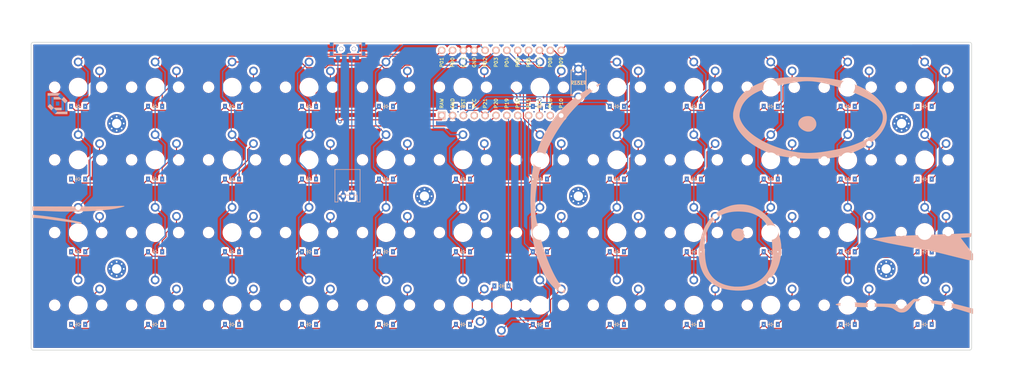
<source format=kicad_pcb>
(kicad_pcb (version 20210722) (generator pcbnew)
  (title_block (title "KEYBOARD_NAME_HERE") (rev "VERSION_HERE") (company "YOUR_NAME_HERE"))
  (layers (0 "F.Cu" signal) (31 "B.Cu" signal) (34 "B.Paste" user) (35 "F.Paste" user) (36 "B.SilkS" user "B.Silkscreen") (37 "F.SilkS" user "F.Silkscreen") (38 "B.Mask" user) (39 "F.Mask" user) (44 "Edge.Cuts" user))
  (net 0 "")
  (net 1 "one_modrow")
  (net 2 "P1")
  (net 3 "P19")
  (net 4 "one_bottom")
  (net 5 "P18")
  (net 6 "one_home")
  (net 7 "P15")
  (net 8 "one_top")
  (net 9 "P21")
  (net 10 "two_modrow")
  (net 11 "P0")
  (net 12 "two_bottom")
  (net 13 "two_home")
  (net 14 "two_top")
  (net 15 "three_modrow")
  (net 16 "P14")
  (net 17 "three_bottom")
  (net 18 "three_home")
  (net 19 "three_top")
  (net 20 "four_modrow")
  (net 21 "P20")
  (net 22 "four_bottom")
  (net 23 "four_home")
  (net 24 "four_top")
  (net 25 "five_modrow")
  (net 26 "P2")
  (net 27 "five_bottom")
  (net 28 "five_home")
  (net 29 "five_top")
  (net 30 "six_modrow")
  (net 31 "P3")
  (net 32 "six_bottom")
  (net 33 "six_home")
  (net 34 "six_top")
  (net 35 "seven_2uspacebar")
  (net 36 "P4")
  (net 37 "seven_modrow")
  (net 38 "seven_bottom")
  (net 39 "seven_home")
  (net 40 "seven_top")
  (net 41 "eight_modrow")
  (net 42 "P5")
  (net 43 "eight_bottom")
  (net 44 "eight_home")
  (net 45 "eight_top")
  (net 46 "nine_modrow")
  (net 47 "P6")
  (net 48 "nine_bottom")
  (net 49 "nine_home")
  (net 50 "nine_top")
  (net 51 "ten_modrow")
  (net 52 "P7")
  (net 53 "ten_bottom")
  (net 54 "ten_home")
  (net 55 "ten_top")
  (net 56 "eleven_modrow")
  (net 57 "P8")
  (net 58 "eleven_bottom")
  (net 59 "eleven_home")
  (net 60 "eleven_top")
  (net 61 "twelve_modrow")
  (net 62 "P9")
  (net 63 "twelve_bottom")
  (net 64 "twelve_home")
  (net 65 "twelve_top")
  (net 66 "RAW")
  (net 67 "GND")
  (net 68 "RST")
  (net 69 "VCC")
  (net 70 "P16")
  (net 71 "P10")
  (net 72 "BAT")
  (footprint "E73:SPDT_C128955" (layer "F.Cu") (at 63 -76.95)
    (fp_text reference "T1" hide)
    (fp_text value "" hide)
  )
  (footprint "PG1350" (layer "F.Cu") (at 108 -68)
    (fp_text reference "S29" hide)
    (fp_text value "" hide)
  )
  (footprint "ComboDiode" (layer "F.Cu") (at 18 -46.5)
    (fp_text reference "D7" hide)
    (fp_text value "" hide)
  )
  (footprint "PG1350" (layer "F.Cu") (at 108 -34)
    (fp_text reference "S27" hide)
    (fp_text value "" hide)
  )
  (footprint "ComboDiode" (layer "F.Cu") (at 54 -63.5)
    (fp_text reference "D16" hide)
    (fp_text value "" hide)
  )
  (footprint "PG1350" (layer "F.Cu") (at 144 -68)
    (fp_text reference "S37" hide)
    (fp_text value "" hide)
  )
  (footprint "PG1350" (layer "F.Cu") (at 126 -34)
    (fp_text reference "S31" hide)
    (fp_text value "" hide)
  )
  (footprint "ComboDiode" (layer "F.Cu") (at 162 -63.5)
    (fp_text reference "D41" hide)
    (fp_text value "" hide)
  )
  (footprint "PG1350" (layer "F.Cu") (at 72 -51)
    (fp_text reference "S19" hide)
    (fp_text value "" hide)
  )
  (footprint "PG1350" (layer "F.Cu") (at 90 -17)
    (fp_text reference "S21" hide)
    (fp_text value "" hide)
  )
  (footprint "PG1350" (layer "F.Cu") (at 36 -68)
    (fp_text reference "S12" hide)
    (fp_text value "" hide)
  )
  (footprint "PG1350" (layer "F.Cu") (at 126 -51)
    (fp_text reference "S32" hide)
    (fp_text value "" hide)
  )
  (footprint "ComboDiode" (layer "F.Cu") (at 126 -12.5)
    (fp_text reference "D30" hide)
    (fp_text value "" hide)
  )
  (footprint "ComboDiode" (layer "F.Cu") (at 0 -12.5)
    (fp_text reference "D1" hide)
    (fp_text value "" hide)
  )
  (footprint "ComboDiode" (layer "F.Cu") (at 54 -29.5)
    (fp_text reference "D14" hide)
    (fp_text value "" hide)
  )
  (footprint "ComboDiode" (layer "F.Cu") (at 144 -12.5)
    (fp_text reference "D34" hide)
    (fp_text value "" hide)
  )
  (footprint "PG1350" (layer "F.Cu") (at 180 -17)
    (fp_text reference "S42" hide)
    (fp_text value "" hide)
  )
  (footprint "ComboDiode" (layer "F.Cu") (at 198 -12.5)
    (fp_text reference "D46" hide)
    (fp_text value "" hide)
  )
  (footprint "PG1350" (layer "F.Cu") (at 54 -34)
    (fp_text reference "S14" hide)
    (fp_text value "" hide)
  )
  (footprint "ComboDiode" (layer "F.Cu") (at 72 -46.5)
    (fp_text reference "D19" hide)
    (fp_text value "" hide)
  )
  (footprint "PG1350" (layer "F.Cu") (at 54 -51)
    (fp_text reference "S15" hide)
    (fp_text value "" hide)
  )
  (footprint "ComboDiode" (layer "F.Cu") (at 36 -63.5)
    (fp_text reference "D12" hide)
    (fp_text value "" hide)
  )
  (footprint "PG1350" (layer "F.Cu") (at 0 -17)
    (fp_text reference "S1" hide)
    (fp_text value "" hide)
  )
  (footprint "ComboDiode" (layer "F.Cu") (at 144 -46.5)
    (fp_text reference "D36" hide)
    (fp_text value "" hide)
  )
  (footprint "ComboDiode" (layer "F.Cu") (at 72 -29.5)
    (fp_text reference "D18" hide)
    (fp_text value "" hide)
  )
  (footprint "PG1350" (layer "F.Cu") (at 90 -68)
    (fp_text reference "S24" hide)
    (fp_text value "" hide)
  )
  (footprint "PG1350" (layer "F.Cu") (at 72 -34)
    (fp_text reference "S18" hide)
    (fp_text value "" hide)
  )
  (footprint "ComboDiode" (layer "F.Cu") (at 36 -46.5)
    (fp_text reference "D11" hide)
    (fp_text value "" hide)
  )
  (footprint "ComboDiode" (layer "F.Cu") (at 126 -63.5)
    (fp_text reference "D33" hide)
    (fp_text value "" hide)
  )
  (footprint "ComboDiode" (layer "F.Cu") (at 180 -63.5)
    (fp_text reference "D45" hide)
    (fp_text value "" hide)
  )
  (footprint "PG1350" (layer "F.Cu") (at 180 -51)
    (fp_text reference "S44" hide)
    (fp_text value "" hide)
  )
  (footprint "PG1350" (layer "F.Cu") (at 99 -17 180)
    (fp_text reference "S25" hide)
    (fp_text value "" hide)
  )
  (footprint "PG1350" (layer "F.Cu") (at 0 -68)
    (fp_text reference "S4" hide)
    (fp_text value "" hide)
  )
  (footprint "LOGO" (layer "F.Cu") (at 99.314 -46.50534)
    (fp_text reference "G***" hide)
    (fp_text value "LOGO" hide)
  )
  (footprint "ComboDiode" (layer "F.Cu") (at 54 -12.5)
    (fp_text reference "D13" hide)
    (fp_text value "" hide)
  )
  (footprint "ComboDiode" (layer "F.Cu") (at 90 -63.5)
    (fp_text reference "D24" hide)
    (fp_text value "" hide)
  )
  (footprint "ComboDiode" (layer "F.Cu") (at 90 -12.5)
    (fp_text reference "D21" hide)
    (fp_text value "" hide)
  )
  (footprint "PG1350" (layer "F.Cu") (at 162 -51)
    (fp_text reference "S40" hide)
    (fp_text value "" hide)
  )
  (footprint "PG1350" (layer "F.Cu") (at 144 -34)
    (fp_text reference "S35" hide)
    (fp_text value "" hide)
  )
  (footprint "ComboDiode" (layer "F.Cu") (at 108 -46.5)
    (fp_text reference "D28" hide)
    (fp_text value "" hide)
  )
  (footprint "PG1350" (layer "F.Cu") (at 36 -17)
    (fp_text reference "S9" hide)
    (fp_text value "" hide)
  )
  (footprint "ComboDiode" (layer "F.Cu") (at 54 -46.5)
    (fp_text reference "D15" hide)
    (fp_text value "" hide)
  )
  (footprint "PG1350" (layer "F.Cu") (at 144 -17)
    (fp_text reference "S34" hide)
    (fp_text value "" hide)
  )
  (footprint "ComboDiode" (layer "F.Cu") (at 18 -63.5)
    (fp_text reference "D8" hide)
    (fp_text value "" hide)
  )
  (footprint "ComboDiode" (layer "F.Cu") (at 180 -29.5)
    (fp_text reference "D43" hide)
    (fp_text value "" hide)
  )
  (footprint "MountingHole_2.2mm_M2_Pad_Via" (layer "F.Cu") (at 81 -42.5)
    (fp_text reference "HOLE4" hide)
    (fp_text value "")
  )
  (footprint "PG1350" (layer "F.Cu") (at 18 -34)
    (fp_text reference "S6" hide)
    (fp_text value "" hide)
  )
  (footprint "PG1350" (layer "F.Cu") (at 144 -51)
    (fp_text reference "S36" hide)
    (fp_text value "" hide)
  )
  (footprint "LOGO" (layer "F.Cu") (at -5.322177 -58.098052 -90)
    (fp_text reference "G***" hide)
    (fp_text value "LOGO" hide)
  )
  (footprint "PG1350" (layer "F.Cu") (at 90 -34)
    (fp_text reference "S22" hide)
    (fp_text value "" hide)
  )
  (footprint "ComboDiode" (layer "F.Cu") (at 0 -46.5)
    (fp_text reference "D3" hide)
    (fp_text value "" hide)
  )
  (footprint "PG1350" (layer "F.Cu") (at 126 -68)
    (fp_text reference "S33" hide)
    (fp_text value "" hide)
  )
  (footprint "MountingHole_2.2mm_M2_Pad_Via" (layer "F.Cu") (at 9 -59.5)
    (fp_text reference "HOLE5" hide)
    (fp_text value "")
  )
  (footprint "PG1350" (layer "F.Cu") (at 18 -68)
    (fp_text reference "S8" hide)
    (fp_text value "" hide)
  )
  (footprint "MountingHole_2.2mm_M2_Pad_Via" (layer "F.Cu") (at 117 -42.5)
    (fp_text reference "HOLE3" hide)
    (fp_text value "")
  )
  (footprint "ComboDiode" (layer "F.Cu") (at 126 -29.5)
    (fp_text reference "D31" hide)
    (fp_text value "" hide)
  )
  (footprint "ComboDiode" (layer "F.Cu") (at 144 -29.5)
    (fp_text reference "D35" hide)
    (fp_text value "" hide)
  )
  (footprint "PG1350" (layer "F.Cu") (at 72 -68)
    (fp_text reference "S20" hide)
    (fp_text value "" hide)
  )
  (footprint "PG1350" (layer "F.Cu") (at 198 -68)
    (fp_text reference "S49" hide)
    (fp_text value "" hide)
  )
  (footprint "PG1350" (layer "F.Cu") (at 90 -51)
    (fp_text reference "S23" hide)
    (fp_text value "" hide)
  )
  (footprint "PG1350" (layer "F.Cu") (at 162 -17)
    (fp_text reference "S38" hide)
    (fp_text value "" hide)
  )
  (footprint "PG1350" (layer "F.Cu") (at 108 -51)
    (fp_text reference "S28" hide)
    (fp_text value "" hide)
  )
  (footprint "ProMicro" (layer "F.Cu") (at 99 -69)
    (fp_text reference "MCU1" hide)
    (fp_text value "" hide)
  )
  (footprint "ComboDiode" (layer "F.Cu") (at 180 -46.5)
    (fp_text reference "D44" hide)
    (fp_text value "" hide)
  )
  (footprint "ComboDiode" (layer "F.Cu") (at 90 -29.5)
    (fp_text reference "D22" hide)
    (fp_text value "" hide)
  )
  (footprint "PG1350" (layer "F.Cu") (at 18 -17)
    (fp_text reference "S5" hide)
    (fp_text value "" hide)
  )
  (footprint "ComboDiode" (layer "F.Cu") (at 108 -12.5)
    (fp_text reference "D26" hide)
    (fp_text value "" hide)
  )
  (footprint "JST_PH_S2B-PH-K_02x2.00mm_Angled" (layer "F.Cu") (at 63 -42.5 180)
    (fp_text reference "JST1" hide)
    (fp_text value "" hide)
  )
  (footprint "ComboDiode" (layer "F.Cu") (at 162 -46.5)
    (fp_text reference "D40" hide)
    (fp_text value "" hide)
  )
  (footprint "ComboDiode" (layer "F.Cu") (at 0 -63.5)
    (fp_text reference "D4" hide)
    (fp_text value "" hide)
  )
  (footprint "MountingHole_2.2mm_M2_Pad_Via" (layer "F.Cu") (at 192.6 -59.5)
    (fp_text reference "HOLE1" hide)
    (fp_text value "")
  )
  (footprint "ComboDiode" (layer "F.Cu") (at 72 -12.5)
    (fp_text reference "D17" hide)
    (fp_text value "" hide)
  )
  (footprint "ComboDiode" (layer "F.Cu") (at 126 -46.5)
    (fp_text reference "D32" hide)
    (fp_text value "" hide)
  )
  (footprint "PG1350" (layer "F.Cu") (at 18 -51)
    (fp_text reference "S7" hide)
    (fp_text value "" hide)
  )
  (footprint "ComboDiode" (layer "F.Cu") (at 162 -12.5)
    (fp_text reference "D38" hide)
    (fp_text value "" hide)
  )
  (footprint "PG1350" (layer "F.Cu") (at 54 -17)
    (fp_text reference "S13" hide)
    (fp_text value "" hide)
  )
  (footprint "TACT_SWITCH_TVBP06" (layer "F.Cu") (at 117 -69 -90)
    (fp_text reference "B1" hide)
    (fp_text value "SW_RST" hide)
  )
  (footprint "ComboDiode" (layer "F.Cu") (at 99 -21.5 180)
    (fp_text reference "D25" hide)
    (fp_text value "" hide)
  )
  (footprint "LOGO" (layer "F.Cu") (at -5.322177 -58.098052 -90)
    (fp_text reference "G***" hide)
    (fp_text value "LOGO" hide)
  )
  (footprint "PG1350" (layer "F.Cu") (at 36 -51)
    (fp_text reference "S11" hide)
    (fp_text value "" hide)
  )
  (footprint "PG1350" (layer "F.Cu") (at 0 -34)
    (fp_text reference "S2" hide)
    (fp_text value "" hide)
  )
  (footprint "PG1350" (layer "F.Cu") (at 72 -17)
    (fp_text reference "S17" hide)
    (fp_text value "" hide)
  )
  (footprint "ComboDiode" (layer "F.Cu") (at 180 -12.5)
    (fp_text reference "D42" hide)
    (fp_text value "" hide)
  )
  (footprint "ComboDiode" (layer "F.Cu") (at 108 -29.5)
    (fp_text reference "D27" hide)
    (fp_text value "" hide)
  )
  (footprint "PG1350" (layer "F.Cu") (at 180 -68)
    (fp_text reference "S45" hide)
    (fp_text value "" hide)
  )
  (footprint "PG1350" (layer "F.Cu") (at 54 -68)
    (fp_text reference "S16" hide)
    (fp_text value "" hide)
  )
  (footprint "ComboDiode" (layer "F.Cu") (at 36 -12.5)
    (fp_text reference "D9" hide)
    (fp_text value "" hide)
  )
  (footprint "PG1350" (layer "F.Cu") (at 198 -17)
    (fp_text reference "S46" hide)
    (fp_text value "" hide)
  )
  (footprint "ComboDiode" (layer "F.Cu") (at 162 -29.5)
    (fp_text reference "D39" hide)
    (fp_text value "" hide)
  )
  (footprint "ComboDiode" (layer "F.Cu") (at 108 -63.5)
    (fp_text reference "D29" hide)
    (fp_text value "" hide)
  )
  (footprint "ComboDiode" (layer "F.Cu") (at 18 -12.5)
    (fp_text reference "D5" hide)
    (fp_text value "" hide)
  )
  (footprint "PG1350" (layer "F.Cu") (at 108 -17)
    (fp_text reference "S26" hide)
    (fp_text value "" hide)
  )
  (footprint "ComboDiode" (layer "F.Cu") (at 198 -46.5)
    (fp_text reference "D48" hide)
    (fp_text value "" hide)
  )
  (footprint "MountingHole_2.2mm_M2_Pad_Via" (layer "F.Cu") (at 9 -25.5)
    (fp_text reference "HOLE6" hide)
    (fp_text value "")
  )
  (footprint "PG1350" (layer "F.Cu") (at 0 -51)
    (fp_text reference "S3" hide)
    (fp_text value "" hide)
  )
  (footprint "LOGO" (layer "F.Cu") (at -5.322177 -58.098052 -90)
    (fp_text reference "G***" hide)
    (fp_text value "LOGO" hide)
  )
  (footprint "ComboDiode" (layer "F.Cu") (at 18 -29.5)
    (fp_text reference "D6" hide)
    (fp_text value "" hide)
  )
  (footprint "MountingHole_2.2mm_M2_Pad_Via" (layer "F.Cu") (at 189 -25.5)
    (fp_text reference "HOLE2" hide)
    (fp_text value "")
  )
  (footprint "ComboDiode" (layer "F.Cu") (at 144 -63.5)
    (fp_text reference "D37" hide)
    (fp_text value "" hide)
  )
  (footprint "ComboDiode" (layer "F.Cu") (at 90 -46.5)
    (fp_text reference "D23" hide)
    (fp_text value "" hide)
  )
  (footprint "ComboDiode" (layer "F.Cu") (at 0 -29.5)
    (fp_text reference "D2" hide)
    (fp_text value "" hide)
  )
  (footprint "PG1350" (layer "F.Cu") (at 198 -34)
    (fp_text reference "S47" hide)
    (fp_text value "" hide)
  )
  (footprint "ComboDiode" (layer "F.Cu") (at 198 -29.5)
    (fp_text reference "D47" hide)
    (fp_text value "" hide)
  )
  (footprint "PG1350" (layer "F.Cu") (at 36 -34)
    (fp_text reference "S10" hide)
    (fp_text value "" hide)
  )
  (footprint "ComboDiode" (layer "F.Cu") (at 36 -29.5)
    (fp_text reference "D10" hide)
    (fp_text value "" hide)
  )
  (footprint "PG1350" (layer "F.Cu") (at 198 -51)
    (fp_text reference "S48" hide)
    (fp_text value "" hide)
  )
  (footprint "ComboDiode" (layer "F.Cu") (at 198 -63.5)
    (fp_text reference "D49" hide)
    (fp_text value "" hide)
  )
  (footprint "ComboDiode" (layer "F.Cu") (at 72 -63.5)
    (fp_text reference "D20" hide)
    (fp_text value "" hide)
  )
  (footprint "PG1350" (layer "F.Cu") (at 162 -34)
    (fp_text reference "S39" hide)
    (fp_text value "" hide)
  )
  (footprint "PG1350" (layer "F.Cu") (at 162 -68)
    (fp_text reference "S41" hide)
    (fp_text value "" hide)
  )
  (footprint "PG1350" (layer "F.Cu") (at 180 -34)
    (fp_text reference "S43" hide)
    (fp_text value "" hide)
  )
  (footprint "PG1350" (layer "F.Cu") (at 126 -17)
    (fp_text reference "S30" hide)
    (fp_text value "" hide)
  )
  (gr_arc (start 208.5 -7) (end 208.5 -6.5) (angle -90) (layer "Edge.Cuts") (width 0.15))
  (gr_line (start -11 -7) (end -11 -78) (angle 90) (layer "Edge.Cuts") (width 0.15))
  (gr_line (start -10.5 -6.5) (end 208.5 -6.5) (angle 90) (layer "Edge.Cuts") (width 0.15))
  (gr_arc (start -10.5 -7) (end -11 -7) (angle -90) (layer "Edge.Cuts") (width 0.15))
  (gr_arc (start 208.5 -78) (end 209 -78) (angle -90) (layer "Edge.Cuts") (width 0.15))
  (gr_arc (start -10.5 -78) (end -10.5 -78.5) (angle -90) (layer "Edge.Cuts") (width 0.15))
  (gr_line (start -10.5 -78.5) (end 208.5 -78.5) (angle 90) (layer "Edge.Cuts") (width 0.15))
  (gr_line (start 209 -7) (end 209 -78) (angle 90) (layer "Edge.Cuts") (width 0.15))
  (segment (start 2.794 -18.594) (end 5 -20.8) (width 0.25) (layer "F.Cu") (net 1))
  (segment (start 2.794 -13.644) (end 2.794 -18.594) (width 0.25) (layer "F.Cu") (net 1))
  (segment (start 1.65 -12.5) (end 2.794 -13.644) (width 0.25) (layer "F.Cu") (net 1))
  (segment (start 0 -73.9) (end 1.792 -75.692) (width 0.25) (layer "F.Cu") (net 2))
  (segment (start 1.792 -75.692) (end 84.102 -75.692) (width 0.25) (layer "F.Cu") (net 2))
  (segment (start 84.102 -75.692) (end 85.03 -76.62) (width 0.25) (layer "F.Cu") (net 2))
  (segment (start -2.286 -32.004) (end 0 -29.718) (width 0.25) (layer "B.Cu") (net 2))
  (segment (start 2.286 -66.548) (end 2.286 -71.614) (width 0.25) (layer "B.Cu") (net 2))
  (segment (start -2.286 -37.614) (end -2.286 -32.004) (width 0.25) (layer "B.Cu") (net 2))
  (segment (start 1.771979 -66.033979) (end 2.286 -66.548) (width 0.25) (layer "B.Cu") (net 2))
  (segment (start 0 -56.9) (end 2.794 -54.106) (width 0.25) (layer "B.Cu") (net 2))
  (segment (start 0 -39.9) (end -2.286 -37.614) (width 0.25) (layer "B.Cu") (net 2))
  (segment (start 0 -64.77) (end 1.263979 -66.033979) (width 0.25) (layer "B.Cu") (net 2))
  (segment (start 0 -29.718) (end 0 -22.9) (width 0.25) (layer "B.Cu") (net 2))
  (segment (start 1.263979 -66.033979) (end 1.771979 -66.033979) (width 0.25) (layer "B.Cu") (net 2))
  (segment (start 0 -56.9) (end 0 -64.77) (width 0.25) (layer "B.Cu") (net 2))
  (segment (start 2.794 -54.106) (end 2.794 -42.694) (width 0.25) (layer "B.Cu") (net 2))
  (segment (start 2.794 -42.694) (end 0 -39.9) (width 0.25) (layer "B.Cu") (net 2))
  (segment (start 2.286 -71.614) (end 0 -73.9) (width 0.25) (layer "B.Cu") (net 2))
  (segment (start -1.65 -12.5) (end -0.725489 -11.575489) (width 0.25) (layer "F.Cu") (net 3))
  (segment (start 124.35 -12.5) (end 125.274511 -11.575489) (width 0.25) (layer "F.Cu") (net 3))
  (segment (start 106.35 -12.5) (end 104.852926 -12.5) (width 0.25) (layer "F.Cu") (net 3))
  (segment (start 104.852926 -12.5) (end 101.346 -16.006926) (width 0.25) (layer "F.Cu") (net 3))
  (segment (start 177.425489 -11.575489) (end 161.274511 -11.575489) (width 0.25) (layer "F.Cu") (net 3))
  (segment (start 69.425489 -11.575489) (end 70.35 -12.5) (width 0.25) (layer "F.Cu") (net 3))
  (segment (start 101.346 -16.006926) (end 101.346 -20.804) (width 0.25) (layer "F.Cu") (net 3))
  (segment (start 142.35 -12.5) (end 143.274511 -11.575489) (width 0.25) (layer "F.Cu") (net 3))
  (segment (start 194.772 -10.922) (end 179.832 -10.922) (width 0.25) (layer "F.Cu") (net 3))
  (segment (start 178.35 -12.5) (end 177.425489 -11.575489) (width 0.25) (layer "F.Cu") (net 3))
  (segment (start 70.35 -12.5) (end 71.274511 -11.575489) (width 0.25) (layer "F.Cu") (net 3))
  (segment (start 53.274511 -11.575489) (end 69.425489 -11.575489) (width 0.25) (layer "F.Cu") (net 3))
  (segment (start 103.609489 -9.759489) (end 106.35 -12.5) (width 0.25) (layer "F.Cu") (net 3))
  (segment (start 33.425489 -11.575489) (end 34.35 -12.5) (width 0.25) (layer "F.Cu") (net 3))
  (segment (start 71.274511 -11.575489) (end 87.425489 -11.575489) (width 0.25) (layer "F.Cu") (net 3))
  (segment (start 91.090511 -9.759489) (end 103.609489 -9.759489) (width 0.25) (layer "F.Cu") (net 3))
  (segment (start 51.425489 -11.575489) (end 52.35 -12.5) (width 0.25) (layer "F.Cu") (net 3))
  (segment (start 159.425489 -11.575489) (end 160.35 -12.5) (width 0.25) (layer "F.Cu") (net 3))
  (segment (start -0.725489 -11.575489) (end 15.425489 -11.575489) (width 0.25) (layer "F.Cu") (net 3))
  (segment (start 88.35 -12.5) (end 91.090511 -9.759489) (width 0.25) (layer "F.Cu") (net 3))
  (segment (start 35.274511 -11.575489) (end 51.425489 -11.575489) (width 0.25) (layer "F.Cu") (net 3))
  (segment (start 179.832 -10.922) (end 178.35 -12.404) (width 0.25) (layer "F.Cu") (net 3))
  (segment (start 52.35 -12.5) (end 53.274511 -11.575489) (width 0.25) (layer "F.Cu") (net 3))
  (segment (start 107.274511 -11.575489) (end 123.425489 -11.575489) (width 0.25) (layer "F.Cu") (net 3))
  (segment (start 106.35 -12.5) (end 107.274511 -11.575489) (width 0.25) (layer "F.Cu") (net 3))
  (segment (start 34.35 -12.5) (end 35.274511 -11.575489) (width 0.25) (layer "F.Cu") (net 3))
  (segment (start 125.274511 -11.575489) (end 141.425489 -11.575489) (width 0.25) (layer "F.Cu") (net 3))
  (segment (start 143.274511 -11.575489) (end 159.425489 -11.575489) (width 0.25) (layer "F.Cu") (net 3))
  (segment (start 17.274511 -11.575489) (end 33.425489 -11.575489) (width 0.25) (layer "F.Cu") (net 3))
  (segment (start 196.35 -12.5) (end 194.772 -10.922) (width 0.25) (layer "F.Cu") (net 3))
  (segment (start 161.274511 -11.575489) (end 160.35 -12.5) (width 0.25) (layer "F.Cu") (net 3))
  (segment (start 101.346 -20.804) (end 100.65 -21.5) (width 0.25) (layer "F.Cu") (net 3))
  (segment (start 178.35 -12.404) (end 178.35 -12.5) (width 0.25) (layer "F.Cu") (net 3))
  (segment (start 123.425489 -11.575489) (end 124.35 -12.5) (width 0.25) (layer "F.Cu") (net 3))
  (segment (start 16.35 -12.5) (end 17.274511 -11.575489) (width 0.25) (layer "F.Cu") (net 3))
  (segment (start 15.425489 -11.575489) (end 16.35 -12.5) (width 0.25) (layer "F.Cu") (net 3))
  (segment (start 141.425489 -11.575489) (end 142.35 -12.5) (width 0.25) (layer "F.Cu") (net 3))
  (segment (start 87.425489 -11.575489) (end 88.35 -12.5) (width 0.25) (layer "F.Cu") (net 3))
  (segment (start 100.65 -61) (end 100.27 -61.38) (width 0.25) (layer "B.Cu") (net 3))
  (segment (start 100.65 -21.5) (end 100.65 -61) (width 0.25) (layer "B.Cu") (net 3))
  (segment (start 2.54 -30.39) (end 1.65 -29.5) (width 0.25) (layer "F.Cu") (net 4))
  (segment (start 5 -37.8) (end 5 -35.988) (width 0.25) (layer "F.Cu") (net 4))
  (segment (start 5 -35.988) (end 2.54 -33.528) (width 0.25) (layer "F.Cu") (net 4))
  (segment (start 2.54 -33.528) (end 2.54 -30.39) (width 0.25) (layer "F.Cu") (net 4))
  (segment (start 125.274511 -28.575489) (end 124.35 -29.5) (width 0.25) (layer "F.Cu") (net 5))
  (segment (start 123.425489 -28.575489) (end 107.274511 -28.575489) (width 0.25) (layer "F.Cu") (net 5))
  (segment (start 194.818 -28.194) (end 179.656 -28.194) (width 0.25) (layer "F.Cu") (net 5))
  (segment (start 143.256 -28.194) (end 142.35 -29.1) (width 0.25) (layer "F.Cu") (net 5))
  (segment (start -0.725489 -28.575489) (end -1.65 -29.5) (width 0.25) (layer "F.Cu") (net 5))
  (segment (start 34.35 -29.5) (end 34.326 -29.5) (width 0.25) (layer "F.Cu") (net 5))
  (segment (start 178.35 -29.5) (end 178.09 -29.5) (width 0.25) (layer "F.Cu") (net 5))
  (segment (start 88.35 -29.5) (end 88.35 -29.422) (width 0.25) (layer "F.Cu") (net 5))
  (segment (start 88.35 -29.422) (end 87.376 -28.448) (width 0.25) (layer "F.Cu") (net 5))
  (segment (start 142.35 -29.35) (end 141.575489 -28.575489) (width 0.25) (layer "F.Cu") (net 5))
  (segment (start 159.044 -28.194) (end 143.256 -28.194) (width 0.25) (layer "F.Cu") (net 5))
  (segment (start 16.35 -29.5) (end 15.425489 -28.575489) (width 0.25) (layer "F.Cu") (net 5))
  (segment (start 71.402 -28.448) (end 70.35 -29.5) (width 0.25) (layer "F.Cu") (net 5))
  (segment (start 176.784 -28.194) (end 161.656 -28.194) (width 0.25) (layer "F.Cu") (net 5))
  (segment (start 69.886 -29.5) (end 68.834 -28.448) (width 0.25) (layer "F.Cu") (net 5))
  (segment (start 50.673489 -28.575489) (end 35.274511 -28.575489) (width 0.25) (layer "F.Cu") (net 5))
  (segment (start 178.09 -29.5) (end 176.784 -28.194) (width 0.25) (layer "F.Cu") (net 5))
  (segment (start 196.35 -29.5) (end 196.124 -29.5) (width 0.25) (layer "F.Cu") (net 5))
  (segment (start 105.298 -28.448) (end 89.402 -28.448) (width 0.25) (layer "F.Cu") (net 5))
  (segment (start 89.402 -28.448) (end 88.35 -29.5) (width 0.25) (layer "F.Cu") (net 5))
  (segment (start 35.274511 -28.575489) (end 34.35 -29.5) (width 0.25) (layer "F.Cu") (net 5))
  (segment (start 17.402 -28.448) (end 16.35 -29.5) (width 0.25) (layer "F.Cu") (net 5))
  (segment (start 142.35 -29.1) (end 142.35 -29.5) (width 0.25) (layer "F.Cu") (net 5))
  (segment (start 51.598 -29.5) (end 50.673489 -28.575489) (width 0.25) (layer "F.Cu") (net 5))
  (segment (start 160.35 -29.5) (end 159.044 -28.194) (width 0.25) (layer "F.Cu") (net 5))
  (segment (start 141.575489 -28.575489) (end 125.274511 -28.575489) (width 0.25) (layer "F.Cu") (net 5))
  (segment (start 196.124 -29.5) (end 194.818 -28.194) (width 0.25) (layer "F.Cu") (net 5))
  (segment (start 179.656 -28.194) (end 178.35 -29.5) (width 0.25) (layer "F.Cu") (net 5))
  (segment (start 34.326 -29.5) (end 33.274 -28.448) (width 0.25) (layer "F.Cu") (net 5))
  (segment (start 53.402 -28.448) (end 52.35 -29.5) (width 0.25) (layer "F.Cu") (net 5))
  (segment (start 52.35 -29.5) (end 51.598 -29.5) (width 0.25) (layer "F.Cu") (net 5))
  (segment (start 15.425489 -28.575489) (end -0.725489 -28.575489) (width 0.25) (layer "F.Cu") (net 5))
  (segment (start 87.376 -28.448) (end 71.402 -28.448) (width 0.25) (layer "F.Cu") (net 5))
  (segment (start 107.274511 -28.575489) (end 106.35 -29.5) (width 0.25) (layer "F.Cu") (net 5))
  (segment (start 142.35 -29.5) (end 142.35 -29.35) (width 0.25) (layer "F.Cu") (net 5))
  (segment (start 124.35 -29.5) (end 123.425489 -28.575489) (width 0.25) (layer "F.Cu") (net 5))
  (segment (start 33.274 -28.448) (end 17.402 -28.448) (width 0.25) (layer "F.Cu") (net 5))
  (segment (start 161.656 -28.194) (end 160.35 -29.5) (width 0.25) (layer "F.Cu") (net 5))
  (segment (start 70.35 -29.5) (end 69.886 -29.5) (width 0.25) (layer "F.Cu") (net 5))
  (segment (start 106.35 -29.5) (end 105.298 -28.448) (width 0.25) (layer "F.Cu") (net 5))
  (segment (start 68.834 -28.448) (end 53.402 -28.448) (width 0.25) (layer "F.Cu") (net 5))
  (segment (start 104.394 -31.456) (end 104.394 -34.368834) (width 0.25) (layer "B.Cu") (net 5))
  (segment (start 106.35 -29.5) (end 104.394 -31.456) (width 0.25) (layer "B.Cu") (net 5))
  (segment (start 103.632 -60.558) (end 102.81 -61.38) (width 0.25) (layer "B.Cu") (net 5))
  (segment (start 103.632 -35.130834) (end 103.632 -60.558) (width 0.25) (layer "B.Cu") (net 5))
  (segment (start 104.394 -34.368834) (end 103.632 -35.130834) (width 0.25) (layer "B.Cu") (net 5))
  (segment (start 5 -53.36316) (end 2.54 -50.90316) (width 0.25) (layer "F.Cu") (net 6))
  (segment (start 2.54 -50.90316) (end 2.54 -47.39) (width 0.25) (layer "F.Cu") (net 6))
  (segment (start 5 -54.8) (end 5 -53.36316) (width 0.25) (layer "F.Cu") (net 6))
  (segment (start 2.54 -47.39) (end 1.65 -46.5) (width 0.25) (layer "F.Cu") (net 6))
  (segment (start 71.274511 -45.575489) (end 87.425489 -45.575489) (width 0.25) (layer "F.Cu") (net 7))
  (segment (start 178.35 -46.5) (end 179.274511 -45.575489) (width 0.25) (layer "F.Cu") (net 7))
  (segment (start 123.425489 -45.575489) (end 124.35 -46.5) (width 0.25) (layer "F.Cu") (net 7))
  (segment (start 143.274511 -45.575489) (end 159.425489 -45.575489) (width 0.25) (layer "F.Cu") (net 7))
  (segment (start 87.425489 -45.575489) (end 88.35 -46.5) (width 0.25) (layer "F.Cu") (net 7))
  (segment (start 52.35 -46.5) (end 53.274511 -45.575489) (width 0.25) (layer "F.Cu") (net 7))
  (segment (start 179.274511 -45.575489) (end 195.425489 -45.575489) (width 0.25) (layer "F.Cu") (net 7))
  (segment (start 34.35 -46.5) (end 35.274511 -45.575489) (width 0.25) (layer "F.Cu") (net 7))
  (segment (start 51.425489 -45.575489) (end 52.35 -46.5) (width 0.25) (layer "F.Cu") (net 7))
  (segment (start 15.425489 -45.575489) (end 16.35 -46.5) (width 0.25) (layer "F.Cu") (net 7))
  (segment (start 141.425489 -45.575489) (end 142.35 -46.5) (width 0.25) (layer "F.Cu") (net 7))
  (segment (start 107.274511 -45.575489) (end 123.425489 -45.575489) (width 0.25) (layer "F.Cu") (net 7))
  (segment (start 160.35 -46.5) (end 161.274511 -45.575489) (width 0.25) (layer "F.Cu") (net 7))
  (segment (start 17.274511 -45.575489) (end 33.425489 -45.575489) (width 0.25) (layer "F.Cu") (net 7))
  (segment (start 88.35 -46.5) (end 89.274511 -45.575489) (width 0.25) (layer "F.Cu") (net 7))
  (segment (start -0.725489 -45.575489) (end 15.425489 -45.575489) (width 0.25) (layer "F.Cu") (net 7))
  (segment (start 195.425489 -45.575489) (end 196.35 -46.5) (width 0.25) (layer "F.Cu") (net 7))
  (segment (start 161.274511 -45.575489) (end 177.425489 -45.575489) (width 0.25) (layer "F.Cu") (net 7))
  (segment (start 159.425489 -45.575489) (end 160.35 -46.5) (width 0.25) (layer "F.Cu") (net 7))
  (segment (start 35.274511 -45.575489) (end 51.425489 -45.575489) (width 0.25) (layer "F.Cu") (net 7))
  (segment (start 33.425489 -45.575489) (end 34.35 -46.5) (width 0.25) (layer "F.Cu") (net 7))
  (segment (start 106.35 -46.5) (end 107.274511 -45.575489) (width 0.25) (layer "F.Cu") (net 7))
  (segment (start 89.274511 -45.575489) (end 105.425489 -45.575489) (width 0.25) (layer "F.Cu") (net 7))
  (segment (start 142.35 -46.5) (end 143.274511 -45.575489) (width 0.25) (layer "F.Cu") (net 7))
  (segment (start 124.35 -46.5) (end 125.274511 -45.575489) (width 0.25) (layer "F.Cu") (net 7))
  (segment (start 70.35 -46.5) (end 71.274511 -45.575489) (width 0.25) (layer "F.Cu") (net 7))
  (segment (start -1.65 -46.5) (end -0.725489 -45.575489) (width 0.25) (layer "F.Cu") (net 7))
  (segment (start 53.274511 -45.575489) (end 69.425489 -45.575489) (width 0.25) (layer "F.Cu") (net 7))
  (segment (start 125.274511 -45.575489) (end 141.425489 -45.575489) (width 0.25) (layer "F.Cu") (net 7))
  (segment (start 69.425489 -45.575489) (end 70.35 -46.5) (width 0.25) (layer "F.Cu") (net 7))
  (segment (start 105.425489 -45.575489) (end 106.35 -46.5) (width 0.25) (layer "F.Cu") (net 7))
  (segment (start 16.35 -46.5) (end 17.274511 -45.575489) (width 0.25) (layer "F.Cu") (net 7))
  (segment (start 177.425489 -45.575489) (end 178.35 -46.5) (width 0.25) (layer "F.Cu") (net 7))
  (segment (start 105.35 -47.5) (end 106.35 -46.5) (width 0.25) (layer "B.Cu") (net 7))
  (segment (start 105.35 -61.38) (end 105.35 -47.5) (width 0.25) (layer "B.Cu") (net 7))
  (segment (start 3.048 -68.41116) (end 3.048 -64.898) (width 0.25) (layer "F.Cu") (net 8))
  (segment (start 5 -71.8) (end 5 -70.36316) (width 0.25) (layer "F.Cu") (net 8))
  (segment (start 5 -70.36316) (end 3.048 -68.41116) (width 0.25) (layer "F.Cu") (net 8))
  (segment (start 3.048 -64.898) (end 1.65 -63.5) (width 0.25) (layer "F.Cu") (net 8))
  (segment (start 34.35 -63.5) (end 35.274511 -62.575489) (width 0.25) (layer "F.Cu") (net 9))
  (segment (start 33.425489 -62.575489) (end 34.35 -63.5) (width 0.25) (layer "F.Cu") (net 9))
  (segment (start 195.425489 -62.575489) (end 196.35 -63.5) (width 0.25) (layer "F.Cu") (net 9))
  (segment (start 125.274511 -62.575489) (end 141.425489 -62.575489) (width 0.25) (layer "F.Cu") (net 9))
  (segment (start 124.35 -63.5) (end 125.274511 -62.575489) (width 0.25) (layer "F.Cu") (net 9))
  (segment (start 15.425489 -62.575489) (end 16.35 -63.5) (width 0.25) (layer "F.Cu") (net 9))
  (segment (start 161.274511 -62.575489) (end 177.425489 -62.575489) (width 0.25) (layer "F.Cu") (net 9))
  (segment (start 159.425489 -62.575489) (end 160.35 -63.5) (width 0.25) (layer "F.Cu") (net 9))
  (segment (start 84.7537 -63.5) (end 88.35 -63.5) (width 0.25) (layer "F.Cu") (net 9))
  (segment (start 92.429833 -62.580811) (end 92.424511 -62.575489) (width 0.25) (layer "F.Cu") (net 9))
  (segment (start 17.274511 -62.575489) (end 33.425489 -62.575489) (width 0.25) (layer "F.Cu") (net 9))
  (segment (start 92.424511 -62.575489) (end 90.612715 -62.575489) (width 0.25) (layer "F.Cu") (net 9))
  (segment (start 95.19 -61.38) (end 93.989189 -62.580811) (width 0.25) (layer "F.Cu") (net 9))
  (segment (start 160.35 -63.5) (end 161.274511 -62.575489) (width 0.25) (layer "F.Cu") (net 9))
  (segment (start 177.425489 -62.575489) (end 178.35 -63.5) (width 0.25) (layer "F.Cu") (net 9))
  (segment (start 178.35 -63.5) (end 179.274511 -62.575489) (width 0.25) (layer "F.Cu") (net 9))
  (segment (start 16.35 -63.5) (end 17.274511 -62.575489) (width 0.25) (layer "F.Cu") (net 9))
  (segment (start 141.425489 -62.575489) (end 142.35 -63.5) (width 0.25) (layer "F.Cu") (net 9))
  (segment (start 89.688204 -63.5) (end 88.35 -63.5) (width 0.25) (layer "F.Cu") (net 9))
  (segment (start 70.35 -63.5) (end 71.274511 -62.575489) (width 0.25) (layer "F.Cu") (net 9))
  (segment (start 179.274511 -62.575489) (end 195.425489 -62.575489) (width 0.25) (layer "F.Cu") (net 9))
  (segment (start 69.425489 -62.575489) (end 70.35 -63.5) (width 0.25) (layer "F.Cu") (net 9))
  (segment (start 52.35 -63.5) (end 53.274511 -62.575489) (width 0.25) (layer "F.Cu") (net 9))
  (segment (start 90.612715 -62.575489) (end 89.688204 -63.5) (width 0.25) (layer "F.Cu") (net 9))
  (segment (start -1.65 -63.5) (end -0.725489 -62.575489) (width 0.25) (layer "F.Cu") (net 9))
  (segment (start 51.425489 -62.575489) (end 52.35 -63.5) (width 0.25) (layer "F.Cu") (net 9))
  (segment (start 93.989189 -62.580811) (end 92.429833 -62.580811) (width 0.25) (layer "F.Cu") (net 9))
  (segment (start -0.725489 -62.575489) (end 15.425489 -62.575489) (width 0.25) (layer "F.Cu") (net 9))
  (segment (start 143.274511 -62.575489) (end 159.425489 -62.575489) (width 0.25) (layer "F.Cu") (net 9))
  (segment (start 53.274511 -62.575489) (end 69.425489 -62.575489) (width 0.25) (layer "F.Cu") (net 9))
  (segment (start 71.274511 -62.575489) (end 83.829189 -62.575489) (width 0.25) (layer "F.Cu") (net 9))
  (segment (start 142.35 -63.5) (end 143.274511 -62.575489) (width 0.25) (layer "F.Cu") (net 9))
  (segment (start 35.274511 -62.575489) (end 51.425489 -62.575489) (width 0.25) (layer "F.Cu") (net 9))
  (segment (start 83.829189 -62.575489) (end 84.7537 -63.5) (width 0.25) (layer "F.Cu") (net 9))
  (segment (start 107.4506 -63.5) (end 106.35 -63.5) (width 0.25) (layer "B.Cu") (net 9))
  (segment (start 108.375111 -64.424511) (end 107.4506 -63.5) (width 0.25) (layer "B.Cu") (net 9))
  (segment (start 106.35 -63.5) (end 97.282 -63.5) (width 0.25) (layer "B.Cu") (net 9))
  (segment (start 123.425489 -64.424511) (end 108.375111 -64.424511) (width 0.25) (layer "B.Cu") (net 9))
  (segment (start 97.282 -63.5) (end 95.19 -61.408) (width 0.25) (layer "B.Cu") (net 9))
  (segment (start 95.19 -61.408) (end 95.19 -61.38) (width 0.25) (layer "B.Cu") (net 9))
  (segment (start 124.35 -63.5) (end 123.425489 -64.424511) (width 0.25) (layer "B.Cu") (net 9))
  (segment (start 21.59 -16.764) (end 21.59 -19.39) (width 0.25) (layer "F.Cu") (net 10))
  (segment (start 21.59 -19.39) (end 23 -20.8) (width 0.25) (layer "F.Cu") (net 10))
  (segment (start 19.65 -14.824) (end 21.59 -16.764) (width 0.25) (layer "F.Cu") (net 10))
  (segment (start 19.65 -12.5) (end 19.65 -14.824) (width 0.25) (layer "F.Cu") (net 10))
  (segment (start 86.19248 -75.24248) (end 87.57 -76.62) (width 0.25) (layer "F.Cu") (net 11))
  (segment (start 19.34248 -75.24248) (end 86.19248 -75.24248) (width 0.25) (layer "F.Cu") (net 11))
  (segment (start 18 -73.9) (end 19.34248 -75.24248) (width 0.25) (layer "F.Cu") (net 11))
  (segment (start 18 -64.736) (end 20.32 -67.056) (width 0.25) (layer "B.Cu") (net 11))
  (segment (start 20.32 -50.038) (end 20.32 -54.58) (width 0.25) (layer "B.Cu") (net 11))
  (segment (start 20.32 -54.58) (end 18 -56.9) (width 0.25) (layer "B.Cu") (net 11))
  (segment (start 20.32 -33.274) (end 20.32 -37.58) (width 0.25) (layer "B.Cu") (net 11))
  (segment (start 18 -56.9) (end 18 -64.736) (width 0.25) (layer "B.Cu") (net 11))
  (segment (start 18 -30.954) (end 20.32 -33.274) (width 0.25) (layer "B.Cu") (net 11))
  (segment (start 20.32 -67.056) (end 20.32 -71.58) (width 0.25) (layer "B.Cu") (net 11))
  (segment (start 18 -22.9) (end 18 -30.954) (width 0.25) (layer "B.Cu") (net 11))
  (segment (start 20.32 -37.58) (end 18 -39.9) (width 0.25) (layer "B.Cu") (net 11))
  (segment (start 18 -39.9) (end 18 -47.718) (width 0.25) (layer "B.Cu") (net 11))
  (segment (start 20.32 -71.58) (end 18 -73.9) (width 0.25) (layer "B.Cu") (net 11))
  (segment (start 18 -47.718) (end 20.32 -50.038) (width 0.25) (layer "B.Cu") (net 11))
  (segment (start 20.574 -33.93716) (end 20.574 -33.02) (width 0.25) (layer "F.Cu") (net 12))
  (segment (start 23 -36.36316) (end 20.574 -33.93716) (width 0.25) (layer "F.Cu") (net 12))
  (segment (start 20.574 -33.02) (end 19.65 -32.096) (width 0.25) (layer "F.Cu") (net 12))
  (segment (start 19.65 -32.096) (end 19.65 -29.5) (width 0.25) (layer "F.Cu") (net 12))
  (segment (start 23 -37.8) (end 23 -36.36316) (width 0.25) (layer "F.Cu") (net 12))
  (segment (start 19.65 -49.114) (end 19.65 -46.5) (width 0.25) (layer "F.Cu") (net 13))
  (segment (start 23 -54.8) (end 23 -52.464) (width 0.25) (layer "F.Cu") (net 13))
  (segment (start 23 -52.464) (end 19.65 -49.114) (width 0.25) (layer "F.Cu") (net 13))
  (segment (start 19.65 -66.386) (end 19.65 -63.5) (width 0.25) (layer "F.Cu") (net 14))
  (segment (start 23 -71.8) (end 23 -69.736) (width 0.25) (layer "F.Cu") (net 14))
  (segment (start 23 -69.736) (end 19.65 -66.386) (width 0.25) (layer "F.Cu") (net 14))
  (segment (start 37.65 -12.5) (end 37.65 -14.536) (width 0.25) (layer "F.Cu") (net 15))
  (segment (start 39.624 -19.424) (end 41 -20.8) (width 0.25) (layer "F.Cu") (net 15))
  (segment (start 37.65 -14.536) (end 39.624 -16.51) (width 0.25) (layer "F.Cu") (net 15))
  (segment (start 39.624 -16.51) (end 39.624 -19.424) (width 0.25) (layer "F.Cu") (net 15))
  (segment (start 102.362 -66.33377) (end 102.616 -66.07977) (width 0.25) (layer "F.Cu") (net 16))
  (segment (start 95.555259 -73.140511) (end 102.362 -66.33377) (width 0.25) (layer "F.Cu") (net 16))
  (segment (start 88.863719 -73.140511) (end 89.444741 -72.559489) (width 0.25) (layer "F.Cu") (net 16))
  (segment (start 52.10423 -73.9) (end 53.444741 -72.559489) (width 0.25) (layer "F.Cu") (net 16))
  (segment (start 71.61423 -72.39) (end 75.69423 -72.39) (width 0.25) (layer "F.Cu") (net 16))
  (segment (start 76.444741 -73.140511) (end 88.863719 -73.140511) (width 0.25) (layer "F.Cu") (net 16))
  (segment (start 57.863719 -72.559489) (end 58.444741 -73.140511) (width 0.25) (layer "F.Cu") (net 16))
  (segment (start 75.69423 -72.39) (end 76.444741 -73.140511) (width 0.25) (layer "F.Cu") (net 16))
  (segment (start 70.863719 -73.140511) (end 71.61423 -72.39) (width 0.25) (layer "F.Cu") (net 16))
  (segment (start 36 -73.9) (end 52.10423 -73.9) (width 0.25) (layer "F.Cu") (net 16))
  (segment (start 102.616 -66.07977) (end 102.616 -65.024) (width 0.25) (layer "F.Cu") (net 16))
  (segment (start 53.444741 -72.559489) (end 57.863719 -72.559489) (width 0.25) (layer "F.Cu") (net 16))
  (segment (start 93.863719 -72.559489) (end 94.444741 -73.140511) (width 0.25) (layer "F.Cu") (net 16))
  (segment (start 94.444741 -73.140511) (end 95.555259 -73.140511) (width 0.25) (layer "F.Cu") (net 16))
  (segment (start 89.444741 -72.559489) (end 93.863719 -72.559489) (width 0.25) (layer "F.Cu") (net 16))
  (segment (start 107.95 -65.024) (end 107.89 -64.964) (width 0.25) (layer "F.Cu") (net 16))
  (segment (start 58.444741 -73.140511) (end 70.863719 -73.140511) (width 0.25) (layer "F.Cu") (net 16))
  (segment (start 107.89 -64.964) (end 107.89 -61.38) (width 0.25) (layer "F.Cu") (net 16))
  (via (at 107.95 -65.024) (size 0.8) (drill 0.4) (layers "F.Cu" "B.Cu") (net 16))
  (via (at 102.616 -65.024) (size 0.8) (drill 0.4) (layers "F.Cu" "B.Cu") (net 16))
  (segment (start 35.814 -63.754) (end 35.814 -55.88) (width 0.25) (layer "B.Cu") (net 16))
  (segment (start 39.116 -53.784) (end 39.116 -49.53) (width 0.25) (layer "B.Cu") (net 16))
  (segment (start 33.782 -65.786) (end 35.814 -63.754) (width 0.25) (layer "B.Cu") (net 16))
  (segment (start 36 -39.9) (end 33.274 -37.174) (width 0.25) (layer "B.Cu") (net 16))
  (segment (start 36 -30.04) (end 36 -22.9) (width 0.25) (layer "B.Cu") (net 16))
  (segment (start 33.274 -37.174) (end 33.274 -32.766) (width 0.25) (layer "B.Cu") (net 16))
  (segment (start 39.116 -49.53) (end 36 -46.414) (width 0.25) (layer "B.Cu") (net 16))
  (segment (start 102.616 -65.024) (end 107.95 -65.024) (width 0.25) (layer "B.Cu") (net 16))
  (segment (start 36 -56.9) (end 39.116 -53.784) (width 0.25) (layer "B.Cu") (net 16))
  (segment (start 36 -73.9) (end 33.782 -71.682) (width 0.25) (layer "B.Cu") (net 16))
  (segment (start 36 -56.066) (end 36 -56.9) (width 0.25) (layer "B.Cu") (net 16))
  (segment (start 36 -46.414) (end 36 -39.9) (width 0.25) (layer "B.Cu") (net 16))
  (segment (start 33.274 -32.766) (end 36 -30.04) (width 0.25) (layer "B.Cu") (net 16))
  (segment (start 35.814 -55.88) (end 36 -56.066) (width 0.25) (layer "B.Cu") (net 16))
  (segment (start 33.782 -71.682) (end 33.782 -65.786) (width 0.25) (layer "B.Cu") (net 16))
  (segment (start 41 -37.8) (end 39.624 -36.424) (width 0.25) (layer "F.Cu") (net 17))
  (segment (start 37.65 -31.046) (end 37.65 -29.5) (width 0.25) (layer "F.Cu") (net 17))
  (segment (start 39.624 -36.424) (end 39.624 -33.02) (width 0.25) (layer "F.Cu") (net 17))
  (segment (start 39.624 -33.02) (end 37.65 -31.046) (width 0.25) (layer "F.Cu") (net 17))
  (segment (start 39.624 -50.88558) (end 37.65 -48.91158) (width 0.25) (layer "F.Cu") (net 18))
  (segment (start 37.65 -48.91158) (end 37.65 -46.5) (width 0.25) (layer "F.Cu") (net 18))
  (segment (start 41 -54.8) (end 39.624 -53.424) (width 0.25) (layer "F.Cu") (net 18))
  (segment (start 39.624 -53.424) (end 39.624 -50.88558) (width 0.25) (layer "F.Cu") (net 18))
  (segment (start 41 -71.8) (end 41 -69.702) (width 0.25) (layer "F.Cu") (net 19))
  (segment (start 41 -69.702) (end 38.608 -67.31) (width 0.25) (layer "F.Cu") (net 19))
  (segment (start 38.608 -64.458) (end 37.65 -63.5) (width 0.25) (layer "F.Cu") (net 19))
  (segment (start 38.608 -67.31) (end 38.608 -64.458) (width 0.25) (layer "F.Cu") (net 19))
  (segment (start 56.896 -18.696) (end 59 -20.8) (width 0.25) (layer "F.Cu") (net 20))
  (segment (start 55.65 -12.5) (end 56.896 -13.746) (width 0.25) (layer "F.Cu") (net 20))
  (segment (start 56.896 -13.746) (end 56.896 -18.696) (width 0.25) (layer "F.Cu") (net 20))
  (segment (start 95.278 -58.928) (end 97.73 -61.38) (width 0.25) (layer "F.Cu") (net 21))
  (segment (start 54 -56.9) (end 56.028 -58.928) (width 0.25) (layer "F.Cu") (net 21))
  (segment (start 56.028 -58.928) (end 95.278 -58.928) (width 0.25) (layer "F.Cu") (net 21))
  (segment (start 51.562 -50.657625) (end 51.562 -54.462) (width 0.25) (layer "B.Cu") (net 21))
  (segment (start 51.575489 -25.324511) (end 51.575489 -37.475489) (width 0.25) (layer "B.Cu") (net 21))
  (segment (start 51.562 -54.462) (end 54 -56.9) (width 0.25) (layer "B.Cu") (net 21))
  (segment (start 51.308 -67.31) (end 51.308 -71.208) (width 0.25) (layer "B.Cu") (net 21))
  (segment (start 51.308 -71.208) (end 54 -73.9) (width 0.25) (layer "B.Cu") (net 21))
  (segment (start 54 -64.618) (end 51.308 -67.31) (width 0.25) (layer "B.Cu") (net 21))
  (segment (start 54 -39.9) (end 54 -48.219625) (width 0.25) (layer "B.Cu") (net 21))
  (segment (start 54 -22.9) (end 51.575489 -25.324511) (width 0.25) (layer "B.Cu") (net 21))
  (segment (start 51.575489 -37.475489) (end 54 -39.9) (width 0.25) (layer "B.Cu") (net 21))
  (segment (start 54 -56.9) (end 54 -64.618) (width 0.25) (layer "B.Cu") (net 21))
  (segment (start 54 -48.219625) (end 51.562 -50.657625) (width 0.25) (layer "B.Cu") (net 21))
  (segment (start 57.15 -34.51316) (end 57.15 -31) (width 0.25) (layer "F.Cu") (net 22))
  (segment (start 57.15 -31) (end 55.65 -29.5) (width 0.25) (layer "F.Cu") (net 22))
  (segment (start 59 -37.8) (end 59 -36.36316) (width 0.25) (layer "F.Cu") (net 22))
  (segment (start 59 -36.36316) (end 57.15 -34.51316) (width 0.25) (layer "F.Cu") (net 22))
  (segment (start 55.65 -49.3) (end 55.65 -46.5) (width 0.25) (layer "F.Cu") (net 23))
  (segment (start 59 -54.8) (end 59 -52.65) (width 0.25) (layer "F.Cu") (net 23))
  (segment (start 59 -52.65) (end 55.65 -49.3) (width 0.25) (layer "F.Cu") (net 23))
  (segment (start 59 -69.922) (end 55.65 -66.572) (width 0.25) (layer "F.Cu") (net 24))
  (segment (start 55.65 -66.572) (end 55.65 -63.5) (width 0.25) (layer "F.Cu") (net 24))
  (segment (start 59 -71.8) (end 59 -69.922) (width 0.25) (layer "F.Cu") (net 24))
  (segment (start 75.438 -17.80116) (end 77 -19.36316) (width 0.25) (layer "F.Cu") (net 25))
  (segment (start 73.65 -12.5) (end 75.438 -14.288) (width 0.25) (layer "F.Cu") (net 25))
  (segment (start 75.438 -14.288) (end 75.438 -17.80116) (width 0.25) (layer "F.Cu") (net 25))
  (segment (start 77 -19.36316) (end 77 -20.8) (width 0.25) (layer "F.Cu") (net 25))
  (segment (start 72 -56.9) (end 69.088 -53.988) (width 0.25) (layer "B.Cu") (net 26))
  (segment (start 72 -46.364) (end 72 -39.9) (width 0.25) (layer "B.Cu") (net 26))
  (segment (start 69.088 -49.276) (end 72 -46.364) (width 0.25) (layer "B.Cu") (net 26))
  (segment (start 76.078 -77.978) (end 72 -73.9) (width 0.25) (layer "B.Cu") (net 26))
  (segment (start 95.19 -76.62) (end 93.832 -77.978) (width 0.25) (layer "B.Cu") (net 26))
  (segment (start 69.575489 -71.475489) (end 69.575489 -59.324511) (width 0.25) (layer "B.Cu") (net 26))
  (segment (start 72 -39.9) (end 69.575489 -37.475489) (width 0.25) (layer "B.Cu") (net 26))
  (segment (start 93.832 -77.978) (end 76.078 -77.978) (width 0.25) (layer "B.Cu") (net 26))
  (segment (start 69.575489 -59.324511) (end 72 -56.9) (width 0.25) (layer "B.Cu") (net 26))
  (segment (start 69.088 -53.988) (end 69.088 -49.276) (width 0.25) (layer "B.Cu") (net 26))
  (segment (start 69.575489 -25.324511) (end 72 -22.9) (width 0.25) (layer "B.Cu") (net 26))
  (segment (start 69.575489 -37.475489) (end 69.575489 -25.324511) (width 0.25) (layer "B.Cu") (net 26))
  (segment (start 72 -73.9) (end 69.575489 -71.475489) (width 0.25) (layer "B.Cu") (net 26))
  (segment (start 77 -37.8) (end 77 -36.36316) (width 0.25) (layer "F.Cu") (net 27))
  (segment (start 75.184 -31.034) (end 73.65 -29.5) (width 0.25) (layer "F.Cu") (net 27))
  (segment (start 75.184 -34.54716) (end 75.184 -31.034) (width 0.25) (layer "F.Cu") (net 27))
  (segment (start 77 -36.36316) (end 75.184 -34.54716) (width 0.25) (layer "F.Cu") (net 27))
  (segment (start 77 -54.8) (end 77 -53.36316) (width 0.25) (layer "F.Cu") (net 28))
  (segment (start 75.184 -51.54716) (end 75.184 -48.034) (width 0.25) (layer "F.Cu") (net 28))
  (segment (start 77 -53.36316) (end 75.184 -51.54716) (width 0.25) (layer "F.Cu") (net 28))
  (segment (start 75.184 -48.034) (end 73.65 -46.5) (width 0.25) (layer "F.Cu") (net 28))
  (segment (start 77 -70.36316) (end 74.93 -68.29316) (width 0.25) (layer "F.Cu") (net 29))
  (segment (start 74.93 -68.29316) (end 74.93 -64.78) (width 0.25) (layer "F.Cu") (net 29))
  (segment (start 77 -71.8) (end 77 -70.36316) (width 0.25) (layer "F.Cu") (net 29))
  (segment (start 74.93 -64.78) (end 73.65 -63.5) (width 0.25) (layer "F.Cu") (net 29))
  (segment (start 92.202 -18.002) (end 95 -20.8) (width 0.25) (layer "F.Cu") (net 30))
  (segment (start 91.65 -12.5) (end 92.202 -13.052) (width 0.25) (layer "F.Cu") (net 30))
  (segment (start 92.202 -13.052) (end 92.202 -18.002) (width 0.25) (layer "F.Cu") (net 30))
  (segment (start 90 -73.9) (end 95.01 -73.9) (width 0.25) (layer "B.Cu") (net 31))
  (segment (start 90 -39.9) (end 90 -47.414) (width 0.25) (layer "B.Cu") (net 31))
  (segment (start 86.868 -33.274) (end 86.868 -36.768) (width 0.25) (layer "B.Cu") (net 31))
  (segment (start 90 -22.9) (end 90 -30.142) (width 0.25) (layer "B.Cu") (net 31))
  (segment (start 85.588378 -58.42) (end 83.058 -58.42) (width 0.25) (layer "B.Cu") (net 31))
  (segment (start 86.868 -36.768) (end 90 -39.9) (width 0.25) (layer "B.Cu") (net 31))
  (segment (start 83.058 -58.42) (end 83.058 -69.596) (width 0.25) (layer "B.Cu") (net 31))
  (segment (start 95.01 -73.9) (end 97.73 -76.62) (width 0.25) (layer "B.Cu") (net 31))
  (segment (start 86.868 -50.546) (end 86.868 -53.768) (width 0.25) (layer "B.Cu") (net 31))
  (segment (start 90 -56.9) (end 87.108378 -56.9) (width 0.25) (layer "B.Cu") (net 31))
  (segment (start 90 -47.414) (end 86.868 -50.546) (width 0.25) (layer "B.Cu") (net 31))
  (segment (start 86.868 -53.768) (end 90 -56.9) (width 0.25) (layer "B.Cu") (net 31))
  (segment (start 90 -30.142) (end 86.868 -33.274) (width 0.25) (layer "B.Cu") (net 31))
  (segment (start 87.362 -73.9) (end 90 -73.9) (width 0.25) (layer "B.Cu") (net 31))
  (segment (start 87.108378 -56.9) (end 85.588378 -58.42) (width 0.25) (layer "B.Cu") (net 31))
  (segment (start 83.058 -69.596) (end 87.362 -73.9) (width 0.25) (layer "B.Cu") (net 31))
  (segment (start 95 -37.8) (end 93.984001 -36.784001) (width 0.25) (layer "F.Cu") (net 32))
  (segment (start 93.984001 -36.784001) (end 93.984001 -31.834001) (width 0.25) (layer "F.Cu") (net 32))
  (segment (start 93.984001 -31.834001) (end 91.65 -29.5) (width 0.25) (layer "F.Cu") (net 32))
  (segment (start 93.218 -48.068) (end 91.65 -46.5) (width 0.25) (layer "F.Cu") (net 33))
  (segment (start 93.218 -51.58116) (end 93.218 -48.068) (width 0.25) (layer "F.Cu") (net 33))
  (segment (start 95 -53.36316) (end 93.218 -51.58116) (width 0.25) (layer "F.Cu") (net 33))
  (segment (start 95 -54.8) (end 95 -53.36316) (width 0.25) (layer "F.Cu") (net 33))
  (segment (start 95 -70.36316) (end 95 -71.8) (width 0.25) (layer "F.Cu") (net 34))
  (segment (start 91.65 -63.5) (end 93.218 -65.068) (width 0.25) (layer "F.Cu") (net 34))
  (segment (start 93.218 -65.068) (end 93.218 -68.58116) (width 0.25) (layer "F.Cu") (net 34))
  (segment (start 93.218 -68.58116) (end 95 -70.36316) (width 0.25) (layer "F.Cu") (net 34))
  (segment (start 96.774 -15.974) (end 96.774 -20.924) (width 0.25) (layer "F.Cu") (net 35))
  (segment (start 94 -13.2) (end 96.774 -15.974) (width 0.25) (layer "F.Cu") (net 35))
  (segment (start 96.774 -20.924) (end 97.35 -21.5) (width 0.25) (layer "F.Cu") (net 35))
  (segment (start 108 -56.9) (end 104.149189 -60.750811) (width 0.25) (layer "F.Cu") (net 36))
  (segment (start 104.149189 -72.740811) (end 100.27 -76.62) (width 0.25) (layer "F.Cu") (net 36))
  (segment (start 104.149189 -60.750811) (end 104.149189 -72.740811) (width 0.25) (layer "F.Cu") (net 36))
  (segment (start 99 -11.1) (end 101.423049 -13.523049) (width 0.25) (layer "B.Cu") (net 36))
  (segment (start 110.236 -15.748) (end 110.236 -20.664) (width 0.25) (layer "B.Cu") (net 36))
  (segment (start 100.27 -76.62) (end 102.99 -73.9) (width 0.25) (layer "B.Cu") (net 36))
  (segment (start 102.99 -73.9) (end 108 -73.9) (width 0.25) (layer "B.Cu") (net 36))
  (segment (start 105.664 -32.258) (end 105.664 -37.564) (width 0.25) (layer "B.Cu") (net 36))
  (segment (start 110.236 -20.664) (end 108 -22.9) (width 0.25) (layer "B.Cu") (net 36))
  (segment (start 110.49 -50.038) (end 110.49 -54.41) (width 0.25) (layer "B.Cu") (net 36))
  (segment (start 108.011049 -13.523049) (end 110.236 -15.748) (width 0.25) (layer "B.Cu") (net 36))
  (segment (start 108 -47.548) (end 110.49 -50.038) (width 0.25) (layer "B.Cu") (net 36))
  (segment (start 108 -39.9) (end 108 -47.548) (width 0.25) (layer "B.Cu") (net 36))
  (segment (start 105.664 -37.564) (end 108 -39.9) (width 0.25) (layer "B.Cu") (net 36))
  (segment (start 101.423049 -13.523049) (end 108.011049 -13.523049) (width 0.25) (layer "B.Cu") (net 36))
  (segment (start 110.49 -54.41) (end 108 -56.9) (width 0.25) (layer "B.Cu") (net 36))
  (segment (start 108 -29.922) (end 105.664 -32.258) (width 0.25) (layer "B.Cu") (net 36))
  (segment (start 108 -22.9) (end 108 -29.922) (width 0.25) (layer "B.Cu") (net 36))
  (segment (start 110.49 -18.29) (end 113 -20.8) (width 0.25) (layer "F.Cu") (net 37))
  (segment (start 110.49 -13.34) (end 110.49 -18.29) (width 0.25) (layer "F.Cu") (net 37))
  (segment (start 109.65 -12.5) (end 110.49 -13.34) (width 0.25) (layer "F.Cu") (net 37))
  (segment (start 110.998 -30.848) (end 109.65 -29.5) (width 0.25) (layer "F.Cu") (net 38))
  (segment (start 113 -36.36316) (end 110.998 -34.36116) (width 0.25) (layer "F.Cu") (net 38))
  (segment (start 113 -37.8) (end 113 -36.36316) (width 0.25) (layer "F.Cu") (net 38))
  (segment (start 110.998 -34.36116) (end 110.998 -30.848) (width 0.25) (layer "F.Cu") (net 38))
  (segment (start 113 -53.36316) (end 111.506 -51.86916) (width 0.25) (layer "F.Cu") (net 39))
  (segment (start 111.506 -51.86916) (end 111.506 -48.356) (width 0.25) (layer "F.Cu") (net 39))
  (segment (start 111.506 -48.356) (end 109.65 -46.5) (width 0.25) (layer "F.Cu") (net 39))
  (segment (start 113 -54.8) (end 113 -53.36316) (width 0.25) (layer "F.Cu") (net 39))
  (segment (start 109.65 -63.5) (end 109.65 -66.216) (width 0.25) (layer "F.Cu") (net 40))
  (segment (start 111.506 -69.626) (end 113 -71.12) (width 0.25) (layer "F.Cu") (net 40))
  (segment (start 109.65 -66.216) (end 111.506 -68.072) (width 0.25) (layer "F.Cu") (net 40))
  (segment (start 111.506 -68.072) (end 111.506 -69.626) (width 0.25) (layer "F.Cu") (net 40))
  (segment (start 113 -71.12) (end 113 -71.8) (width 0.25) (layer "F.Cu") (net 40))
  (segment (start 131 -19.748) (end 131 -20.8) (width 0.25) (layer "F.Cu") (net 41))
  (segment (start 129.794 -18.542) (end 131 -19.748) (width 0.25) (layer "F.Cu") (net 41))
  (segment (start 129.794 -17.018) (end 129.794 -18.542) (width 0.25) (layer "F.Cu") (net 41))
  (segment (start 127.65 -12.5) (end 127.65 -14.874) (width 0.25) (layer "F.Cu") (net 41))
  (segment (start 127.65 -14.874) (end 129.794 -17.018) (width 0.25) (layer "F.Cu") (net 41))
  (segment (start 111.359266 -73.83547) (end 114.604582 -73.83547) (width 0.25) (layer "F.Cu") (net 42))
  (segment (start 102.81 -76.62) (end 102.81 -75.380725) (width 0.25) (layer "F.Cu") (net 42))
  (segment (start 102.81 -75.380725) (end 106.080746 -72.109979) (width 0.25) (layer "F.Cu") (net 42))
  (segment (start 114.604582 -73.83547) (end 114.669112 -73.9) (width 0.25) (layer "F.Cu") (net 42))
  (segment (start 114.669112 -73.9) (end 126 -73.9) (width 0.25) (layer "F.Cu") (net 42))
  (segment (start 109.633775 -72.109979) (end 111.359266 -73.83547) (width 0.25) (layer "F.Cu") (net 42))
  (segment (start 106.080746 -72.109979) (end 109.633775 -72.109979) (width 0.25) (layer "F.Cu") (net 42))
  (segment (start 128.524 -54.376) (end 128.524 -49.073022) (width 0.25) (layer "B.Cu") (net 42))
  (segment (start 126 -29.956) (end 126 -22.9) (width 0.25) (layer "B.Cu") (net 42))
  (segment (start 128.424511 -59.324511) (end 126 -56.9) (width 0.25) (layer "B.Cu") (net 42))
  (segment (start 126 -56.9) (end 128.524 -54.376) (width 0.25) (layer "B.Cu") (net 42))
  (segment (start 128.424511 -71.475489) (end 128.424511 -59.324511) (width 0.25) (layer "B.Cu") (net 42))
  (segment (start 123.19 -37.09) (end 123.19 -32.766) (width 0.25) (layer "B.Cu") (net 42))
  (segment (start 126 -46.549022) (end 126 -39.9) (width 0.25) (layer "B.Cu") (net 42))
  (segment (start 123.19 -32.766) (end 126 -29.956) (width 0.25) (layer "B.Cu") (net 42))
  (segment (start 126 -73.9) (end 128.424511 -71.475489) (width 0.25) (layer "B.Cu") (net 42))
  (segment (start 128.524 -49.073022) (end 126 -46.549022) (width 0.25) (layer "B.Cu") (net 42))
  (segment (start 126 -39.9) (end 123.19 -37.09) (width 0.25) (layer "B.Cu") (net 42))
  (segment (start 129.032 -34.39516) (end 131 -36.36316) (width 0.25) (layer "F.Cu") (net 43))
  (segment (start 127.65 -29.5) (end 129.032 -30.882) (width 0.25) (layer "F.Cu") (net 43))
  (segment (start 131 -36.36316) (end 131 -37.8) (width 0.25) (layer "F.Cu") (net 43))
  (segment (start 129.032 -30.882) (end 129.032 -34.39516) (width 0.25) (layer "F.Cu") (net 43))
  (segment (start 129.032 -47.882) (end 127.65 -46.5) (width 0.25) (layer "F.Cu") (net 44))
  (segment (start 131 -53.36316) (end 129.032 -51.39516) (width 0.25) (layer "F.Cu") (net 44))
  (segment (start 131 -54.8) (end 131 -53.36316) (width 0.25) (layer "F.Cu") (net 44))
  (segment (start 129.032 -51.39516) (end 129.032 -47.882) (width 0.25) (layer "F.Cu") (net 44))
  (segment (start 127.65 -63.5) (end 129.032 -64.882) (width 0.25) (layer "F.Cu") (net 45))
  (segment (start 131 -70.36316) (end 131 -71.8) (width 0.25) (layer "F.Cu") (net 45))
  (segment (start 129.032 -68.39516) (end 131 -70.36316) (width 0.25) (layer "F.Cu") (net 45))
  (segment (start 129.032 -64.882) (end 129.032 -68.39516) (width 0.25) (layer "F.Cu") (net 45))
  (segment (start 145.65 -12.5) (end 145.65 -15.348) (width 0.25) (layer "F.Cu") (net 46))
  (segment (start 145.65 -15.348) (end 149 -18.698) (width 0.25) (layer "F.Cu") (net 46))
  (segment (start 149 -18.698) (end 149 -20.8) (width 0.25) (layer "F.Cu") (net 46))
  (segment (start 105.35 -74.65423) (end 107.444741 -72.559489) (width 0.25) (layer "F.Cu") (net 47))
  (segment (start 116.333408 -76.2) (end 141.7 -76.2) (width 0.25) (layer "F.Cu") (net 47))
  (segment (start 107.444741 -72.559489) (end 109.447581 -72.559489) (width 0.25) (layer "F.Cu") (net 47))
  (segment (start 114.418388 -74.28498) (end 116.333408 -76.2) (width 0.25) (layer "F.Cu") (net 47))
  (segment (start 109.447581 -72.559489) (end 111.173072 -74.28498) (width 0.25) (layer "F.Cu") (net 47))
  (segment (start 105.35 -76.62) (end 105.35 -74.65423) (width 0.25) (layer "F.Cu") (net 47))
  (segment (start 111.173072 -74.28498) (end 114.418388 -74.28498) (width 0.25) (layer "F.Cu") (net 47))
  (segment (start 141.7 -76.2) (end 144 -73.9) (width 0.25) (layer "F.Cu") (net 47))
  (segment (start 144 -22.9) (end 144 -29.549022) (width 0.25) (layer "B.Cu") (net 47))
  (segment (start 144 -56.9) (end 144 -64.388559) (width 0.25) (layer "B.Cu") (net 47))
  (segment (start 146.558 -37.342) (end 144 -39.9) (width 0.25) (layer "B.Cu") (net 47))
  (segment (start 146.812 -67.200559) (end 146.812 -71.088) (width 0.25) (layer "B.Cu") (net 47))
  (segment (start 144 -29.549022) (end 146.558 -32.107022) (width 0.25) (layer "B.Cu") (net 47))
  (segment (start 144 -64.388559) (end 146.812 -67.200559) (width 0.25) (layer "B.Cu") (net 47))
  (segment (start 146.812 -71.088) (end 144 -73.9) (width 0.25) (layer "B.Cu") (net 47))
  (segment (start 146.558 -32.107022) (end 146.558 -37.342) (width 0.25) (layer "B.Cu") (net 47))
  (segment (start 144 -46.972) (end 146.558 -49.53) (width 0.25) (layer "B.Cu") (net 47))
  (segment (start 146.558 -54.342) (end 144 -56.9) (width 0.25) (layer "B.Cu") (net 47))
  (segment (start 144 -39.9) (end 144 -46.972) (width 0.25) (layer "B.Cu") (net 47))
  (segment (start 146.558 -49.53) (end 146.558 -54.342) (width 0.25) (layer "B.Cu") (net 47))
  (segment (start 147.066 -34.42916) (end 149 -36.36316) (width 0.25) (layer "F.Cu") (net 48))
  (segment (start 145.65 -29.5) (end 147.066 -30.916) (width 0.25) (layer "F.Cu") (net 48))
  (segment (start 147.066 -30.916) (end 147.066 -34.42916) (width 0.25) (layer "F.Cu") (net 48))
  (segment (start 149 -36.36316) (end 149 -37.8) (width 0.25) (layer "F.Cu") (net 48))
  (segment (start 147.066 -52.866) (end 149 -54.8) (width 0.25) (layer "F.Cu") (net 49))
  (segment (start 145.65 -46.5) (end 147.066 -47.916) (width 0.25) (layer "F.Cu") (net 49))
  (segment (start 147.066 -47.916) (end 147.066 -52.866) (width 0.25) (layer "F.Cu") (net 49))
  (segment (start 145.65 -63.5) (end 145.65 -65.64) (width 0.25) (layer "F.Cu") (net 50))
  (segment (start 147.574 -67.564) (end 147.574 -69.088) (width 0.25) (layer "F.Cu") (net 50))
  (segment (start 149 -70.514) (end 149 -71.8) (width 0.25) (layer "F.Cu") (net 50))
  (segment (start 147.574 -69.088) (end 149 -70.514) (width 0.25) (layer "F.Cu") (net 50))
  (segment (start 145.65 -65.64) (end 147.574 -67.564) (width 0.25) (layer "F.Cu") (net 50))
  (segment (start 164.846 -17.272) (end 167 -19.426) (width 0.25) (layer "F.Cu") (net 51))
  (segment (start 163.65 -12.5) (end 164.846 -13.696) (width 0.25) (layer "F.Cu") (net 51))
  (segment (start 164.846 -13.696) (end 164.846 -17.272) (width 0.25) (layer "F.Cu") (net 51))
  (segment (start 167 -19.426) (end 167 -20.8) (width 0.25) (layer "F.Cu") (net 51))
  (segment (start 159.192 -76.708) (end 162 -73.9) (width 0.25) (layer "F.Cu") (net 52))
  (segment (start 114.232194 -74.73449) (end 116.205704 -76.708) (width 0.25) (layer "F.Cu") (net 52))
  (segment (start 116.205704 -76.708) (end 159.192 -76.708) (width 0.25) (layer "F.Cu") (net 52))
  (segment (start 107.89 -76.62) (end 109.775511 -74.734489) (width 0.25) (layer "F.Cu") (net 52))
  (segment (start 109.775511 -74.734489) (end 114.232194 -74.73449) (width 0.25) (layer "F.Cu") (net 52))
  (segment (start 159.004 -49.545022) (end 162 -46.549022) (width 0.25) (layer "B.Cu") (net 52))
  (segment (start 159.004 -53.904) (end 159.004 -49.545022) (width 0.25) (layer "B.Cu") (net 52))
  (segment (start 162 -56.9) (end 159.004 -53.904) (width 0.25) (layer "B.Cu") (net 52))
  (segment (start 159.258 -37.158) (end 159.258 -32.291022) (width 0.25) (layer "B.Cu") (net 52))
  (segment (start 159.258 -32.291022) (end 162 -29.549022) (width 0.25) (layer "B.Cu") (net 52))
  (segment (start 162 -39.9) (end 159.258 -37.158) (width 0.25) (layer "B.Cu") (net 52))
  (segment (start 162 -46.549022) (end 162 -39.9) (width 0.25) (layer "B.Cu") (net 52))
  (segment (start 164.424511 -71.475489) (end 164.424511 -59.324511) (width 0.25) (layer "B.Cu") (net 52))
  (segment (start 162 -29.549022) (end 162 -22.9) (width 0.25) (layer "B.Cu") (net 52))
  (segment (start 164.424511 -59.324511) (end 162 -56.9) (width 0.25) (layer "B.Cu") (net 52))
  (segment (start 162 -73.9) (end 164.424511 -71.475489) (width 0.25) (layer "B.Cu") (net 52))
  (segment (start 167 -36.36316) (end 164.846 -34.20916) (width 0.25) (layer "F.Cu") (net 53))
  (segment (start 164.846 -34.20916) (end 164.846 -30.696) (width 0.25) (layer "F.Cu") (net 53))
  (segment (start 164.846 -30.696) (end 163.65 -29.5) (width 0.25) (layer "F.Cu") (net 53))
  (segment (start 167 -37.8) (end 167 -36.36316) (width 0.25) (layer "F.Cu") (net 53))
  (segment (start 167 -53.462) (end 167 -54.8) (width 0.25) (layer "F.Cu") (net 54))
  (segment (start 163.65 -46.5) (end 163.65 -48.588) (width 0.25) (layer "F.Cu") (net 54))
  (segment (start 163.65 -48.588) (end 165.608 -50.546) (width 0.25) (layer "F.Cu") (net 54))
  (segment (start 165.608 -52.07) (end 167 -53.462) (width 0.25) (layer "F.Cu") (net 54))
  (segment (start 165.608 -50.546) (end 165.608 -52.07) (width 0.25) (layer "F.Cu") (net 54))
  (segment (start 167 -70.36316) (end 167 -71.8) (width 0.25) (layer "F.Cu") (net 55))
  (segment (start 164.846 -68.20916) (end 167 -70.36316) (width 0.25) (layer "F.Cu") (net 55))
  (segment (start 164.846 -64.696) (end 164.846 -68.20916) (width 0.25) (layer "F.Cu") (net 55))
  (segment (start 163.65 -63.5) (end 164.846 -64.696) (width 0.25) (layer "F.Cu") (net 55))
  (segment (start 185 -18.376) (end 185 -20.8) (width 0.25) (layer "F.Cu") (net 56))
  (segment (start 181.65 -12.5) (end 181.65 -15.026) (width 0.25) (layer "F.Cu") (net 56))
  (segment (start 181.65 -15.026) (end 185 -18.376) (width 0.25) (layer "F.Cu") (net 56))
  (segment (start 114.046 -75.184) (end 116.01951 -77.15751) (width 0.25) (layer "F.Cu") (net 57))
  (segment (start 112.707796 -75.184) (end 114.046 -75.184) (width 0.25) (layer "F.Cu") (net 57))
  (segment (start 111.271796 -76.62) (end 112.707796 -75.184) (width 0.25) (layer "F.Cu") (net 57))
  (segment (start 110.43 -76.62) (end 111.271796 -76.62) (width 0.25) (layer "F.Cu") (net 57))
  (segment (start 176.74249 -77.15751) (end 180 -73.9) (width 0.25) (layer "F.Cu") (net 57))
  (segment (start 116.01951 -77.15751) (end 176.74249 -77.15751) (width 0.25) (layer "F.Cu") (net 57))
  (segment (start 177.546 -54.446) (end 177.546 -49.003022) (width 0.25) (layer "B.Cu") (net 57))
  (segment (start 182.372 -31.921022) (end 180 -29.549022) (width 0.25) (layer "B.Cu") (net 57))
  (segment (start 177.546 -49.003022) (end 180 -46.549022) (width 0.25) (layer "B.Cu") (net 57))
  (segment (start 177.546 -71.446) (end 177.546 -66.04) (width 0.25) (layer "B.Cu") (net 57))
  (segment (start 180 -39.9) (end 182.372 -37.528) (width 0.25) (layer "B.Cu") (net 57))
  (segment (start 182.372 -37.528) (end 182.372 -31.921022) (width 0.25) (layer "B.Cu") (net 57))
  (segment (start 180 -29.549022) (end 180 -22.9) (width 0.25) (layer "B.Cu") (net 57))
  (segment (start 180 -56.9) (end 177.546 -54.446) (width 0.25) (layer "B.Cu") (net 57))
  (segment (start 180 -73.9) (end 177.546 -71.446) (width 0.25) (layer "B.Cu") (net 57))
  (segment (start 180 -63.586) (end 180 -56.9) (width 0.25) (layer "B.Cu") (net 57))
  (segment (start 180 -46.549022) (end 180 -39.9) (width 0.25) (layer "B.Cu") (net 57))
  (segment (start 177.546 -66.04) (end 180 -63.586) (width 0.25) (layer "B.Cu") (net 57))
  (segment (start 183.134 -30.984) (end 183.134 -34.49716) (width 0.25) (layer "F.Cu") (net 58))
  (segment (start 181.65 -29.5) (end 183.134 -30.984) (width 0.25) (layer "F.Cu") (net 58))
  (segment (start 183.134 -34.49716) (end 185 -36.36316) (width 0.25) (layer "F.Cu") (net 58))
  (segment (start 185 -36.36316) (end 185 -37.8) (width 0.25) (layer "F.Cu") (net 58))
  (segment (start 185 -54.8) (end 185 -53.36316) (width 0.25) (layer "F.Cu") (net 59))
  (segment (start 183.134 -51.49716) (end 183.134 -47.984) (width 0.25) (layer "F.Cu") (net 59))
  (segment (start 183.134 -47.984) (end 181.65 -46.5) (width 0.25) (layer "F.Cu") (net 59))
  (segment (start 185 -53.36316) (end 183.134 -51.49716) (width 0.25) (layer "F.Cu") (net 59))
  (segment (start 182.372 -64.222) (end 181.65 -63.5) (width 0.25) (layer "F.Cu") (net 60))
  (segment (start 185 -71.8) (end 185 -69.684) (width 0.25) (layer "F.Cu") (net 60))
  (segment (start 182.372 -67.056) (end 182.372 -64.222) (width 0.25) (layer "F.Cu") (net 60))
  (segment (start 185 -69.684) (end 182.372 -67.056) (width 0.25) (layer "F.Cu") (net 60))
  (segment (start 200.914 -17.526) (end 203 -19.612) (width 0.25) (layer "F.Cu") (net 61))
  (segment (start 200.914 -15.748) (end 200.914 -17.526) (width 0.25) (layer "F.Cu") (net 61))
  (segment (start 203 -19.612) (end 203 -20.8) (width 0.25) (layer "F.Cu") (net 61))
  (segment (start 199.839511 -14.673511) (end 200.914 -15.748) (width 0.25) (layer "F.Cu") (net 61))
  (segment (start 199.65 -12.5) (end 199.839511 -12.689511) (width 0.25) (layer "F.Cu") (net 61))
  (segment (start 199.839511 -12.689511) (end 199.839511 -14.673511) (width 0.25) (layer "F.Cu") (net 61))
  (segment (start 113.95702 -77.60702) (end 194.29298 -77.60702) (width 0.25) (layer "F.Cu") (net 62))
  (segment (start 112.97 -76.62) (end 113.95702 -77.60702) (width 0.25) (layer "F.Cu") (net 62))
  (segment (start 194.29298 -77.60702) (end 198 -73.9) (width 0.25) (layer "F.Cu") (net 62))
  (segment (start 200.66 -50.038) (end 200.66 -54.24) (width 0.25) (layer "B.Cu") (net 62))
  (segment (start 198 -56.9) (end 198 -64.396) (width 0.25) (layer "B.Cu") (net 62))
  (segment (start 198 -30.36) (end 200.406 -32.766) (width 0.25) (layer "B.Cu") (net 62))
  (segment (start 198 -47.378) (end 200.66 -50.038) (width 0.25) (layer "B.Cu") (net 62))
  (segment (start 200.406 -32.766) (end 200.406 -37.494) (width 0.25) (layer "B.Cu") (net 62))
  (segment (start 200.66 -71.24) (end 198 -73.9) (width 0.25) (layer "B.Cu") (net 62))
  (segment (start 200.406 -37.494) (end 198 -39.9) (width 0.25) (layer "B.Cu") (net 62))
  (segment (start 200.66 -67.056) (end 200.66 -71.24) (width 0.25) (layer "B.Cu") (net 62))
  (segment (start 198 -64.396) (end 200.66 -67.056) (width 0.25) (layer "B.Cu") (net 62))
  (segment (start 200.66 -54.24) (end 198 -56.9) (width 0.25) (layer "B.Cu") (net 62))
  (segment (start 198 -39.9) (end 198 -47.378) (width 0.25) (layer "B.Cu") (net 62))
  (segment (start 198 -22.9) (end 198 -30.36) (width 0.25) (layer "B.Cu") (net 62))
  (segment (start 201.168 -31.018) (end 199.65 -29.5) (width 0.25) (layer "F.Cu") (net 63))
  (segment (start 201.168 -33.90258) (end 201.168 -31.018) (width 0.25) (layer "F.Cu") (net 63))
  (segment (start 203 -35.73458) (end 201.168 -33.90258) (width 0.25) (layer "F.Cu") (net 63))
  (segment (start 203 -37.8) (end 203 -35.73458) (width 0.25) (layer "F.Cu") (net 63))
  (segment (start 201.422 -48.272) (end 201.422 -53.222) (width 0.25) (layer "F.Cu") (net 64))
  (segment (start 201.422 -53.222) (end 203 -54.8) (width 0.25) (layer "F.Cu") (net 64))
  (segment (start 199.65 -46.5) (end 201.422 -48.272) (width 0.25) (layer "F.Cu") (net 64))
  (segment (start 201.676 -65.526) (end 199.65 -63.5) (width 0.25) (layer "F.Cu") (net 65))
  (segment (start 203 -71.8) (end 203 -70.36316) (width 0.25) (layer "F.Cu") (net 65))
  (segment (start 201.676 -69.03916) (end 201.676 -65.526) (width 0.25) (layer "F.Cu") (net 65))
  (segment (start 203 -70.36316) (end 201.676 -69.03916) (width 0.25) (layer "F.Cu") (net 65))
  (segment (start 61.214 -59.944) (end 61.65 -60.38) (width 0.25) (layer "F.Cu") (net 66))
  (segment (start 61.65 -60.38) (end 85.03 -60.38) (width 0.25) (layer "F.Cu") (net 66))
  (via (at 61.214 -59.944) (size 0.8) (drill 0.4) (layers "F.Cu" "B.Cu") (net 66))
  (segment (start 60.75 -74.875) (end 60.75 -60.408) (width 0.25) (layer "B.Cu") (net 66))
  (segment (start 60.75 -60.408) (end 61.214 -59.944) (width 0.25) (layer "B.Cu") (net 66))
  (segment (start 91.305489 -62.575489) (end 90.11 -61.38) (width 0.25) (layer "B.Cu") (net 68))
  (segment (start 117 -65.75) (end 95.48 -65.75) (width 0.25) (layer "B.Cu") (net 68))
  (segment (start 92.305489 -62.575489) (end 91.305489 -62.575489) (width 0.25) (layer "B.Cu") (net 68))
  (segment (start 95.48 -65.75) (end 92.305489 -62.575489) (width 0.25) (layer "B.Cu") (net 68))
  (segment (start 64 -74.625) (end 63.75 -74.875) (width 0.25) (layer "B.Cu") (net 72))
  (segment (start 64 -42.5) (end 64 -74.625) (width 0.25) (layer "B.Cu") (net 72))
  (zone (net 67) (net_name "GND") (layers F&B.Cu) (connect_pads (clearance 0.508)) (min_thickness 0.254) (fill yes (thermal_gap 0.508) (thermal_bridge_width 0.508) (island_removal_mode 1) (island_area_min 0))
    (polygon (pts (xy 221.234 -73.914) (xy 217.17 0.508) (xy -18.288 -0.254) (xy -18.288 -87.884) (xy 212.598 -88.392)))
  )
)
</source>
